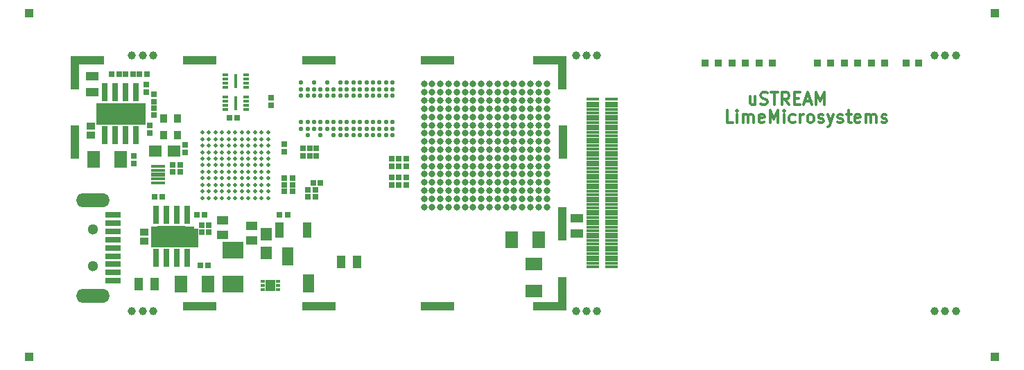
<source format=gts>
G04 (created by PCBNEW (2013-07-07 BZR 4022)-stable) date 27/11/2015 23:20:48*
%MOIN*%
G04 Gerber Fmt 3.4, Leading zero omitted, Abs format*
%FSLAX34Y34*%
G01*
G70*
G90*
G04 APERTURE LIST*
%ADD10C,0.00590551*%
%ADD11C,0.012*%
%ADD12C,0.011811*%
%ADD13R,0.035337X0.035337*%
%ADD14C,0.0314961*%
%ADD15C,0.0393701*%
%ADD16R,0.0588X0.055*%
%ADD17R,0.055X0.0588*%
%ADD18R,0.0273X0.0253*%
%ADD19R,0.0253X0.0273*%
%ADD20R,0.0273X0.0273*%
%ADD21R,0.0344488X0.023622*%
%ADD22R,0.0344488X0.015748*%
%ADD23R,0.0393701X0.0748031*%
%ADD24R,0.027537X0.090537*%
%ADD25R,0.137837X0.104737*%
%ADD26R,0.102337X0.082637*%
%ADD27R,0.0570866X0.0393701*%
%ADD28R,0.0338583X0.0433071*%
%ADD29C,0.019685*%
%ADD30R,0.053937X0.0905512*%
%ADD31R,0.0208661X0.0181102*%
%ADD32R,0.0492126X0.0551181*%
%ADD33C,0.0220472*%
%ADD34R,0.043137X0.043137*%
%ADD35R,0.0314961X0.015748*%
%ADD36R,0.0177165X0.0688976*%
%ADD37R,0.039337X0.059037*%
%ADD38C,0.0511811*%
%ADD39O,0.161417X0.0669291*%
%ADD40R,0.0748031X0.0314961*%
%ADD41R,0.0392X0.0353*%
%ADD42R,0.063937X0.083937*%
%ADD43R,0.059037X0.039337*%
%ADD44R,0.083937X0.063937*%
%ADD45R,0.0433071X0.161417*%
%ADD46R,0.161417X0.0433071*%
%ADD47R,0.0606299X0.0177165*%
%ADD48R,0.0606299X0.0129921*%
%ADD49C,0.00393701*%
G04 APERTURE END LIST*
G54D10*
G54D11*
X75081Y-49687D02*
X75081Y-50081D01*
X74828Y-49687D02*
X74828Y-49997D01*
X74856Y-50053D01*
X74912Y-50081D01*
X74997Y-50081D01*
X75053Y-50053D01*
X75081Y-50025D01*
X75334Y-50053D02*
X75419Y-50081D01*
X75559Y-50081D01*
X75615Y-50053D01*
X75643Y-50025D01*
X75672Y-49969D01*
X75672Y-49912D01*
X75643Y-49856D01*
X75615Y-49828D01*
X75559Y-49800D01*
X75447Y-49772D01*
X75390Y-49744D01*
X75362Y-49715D01*
X75334Y-49659D01*
X75334Y-49603D01*
X75362Y-49547D01*
X75390Y-49519D01*
X75447Y-49491D01*
X75587Y-49491D01*
X75672Y-49519D01*
X75840Y-49491D02*
X76178Y-49491D01*
X76009Y-50081D02*
X76009Y-49491D01*
X76712Y-50081D02*
X76515Y-49800D01*
X76375Y-50081D02*
X76375Y-49491D01*
X76600Y-49491D01*
X76656Y-49519D01*
X76684Y-49547D01*
X76712Y-49603D01*
X76712Y-49687D01*
X76684Y-49744D01*
X76656Y-49772D01*
X76600Y-49800D01*
X76375Y-49800D01*
X76965Y-49772D02*
X77162Y-49772D01*
X77246Y-50081D02*
X76965Y-50081D01*
X76965Y-49491D01*
X77246Y-49491D01*
X77471Y-49912D02*
X77753Y-49912D01*
X77415Y-50081D02*
X77612Y-49491D01*
X77809Y-50081D01*
X78006Y-50081D02*
X78006Y-49491D01*
X78203Y-49912D01*
X78399Y-49491D01*
X78399Y-50081D01*
G54D12*
X74015Y-50947D02*
X73734Y-50947D01*
X73734Y-50357D01*
X74212Y-50947D02*
X74212Y-50553D01*
X74212Y-50357D02*
X74184Y-50385D01*
X74212Y-50413D01*
X74240Y-50385D01*
X74212Y-50357D01*
X74212Y-50413D01*
X74493Y-50947D02*
X74493Y-50553D01*
X74493Y-50610D02*
X74521Y-50582D01*
X74578Y-50553D01*
X74662Y-50553D01*
X74718Y-50582D01*
X74746Y-50638D01*
X74746Y-50947D01*
X74746Y-50638D02*
X74775Y-50582D01*
X74831Y-50553D01*
X74915Y-50553D01*
X74971Y-50582D01*
X75000Y-50638D01*
X75000Y-50947D01*
X75506Y-50919D02*
X75449Y-50947D01*
X75337Y-50947D01*
X75281Y-50919D01*
X75253Y-50863D01*
X75253Y-50638D01*
X75281Y-50582D01*
X75337Y-50553D01*
X75449Y-50553D01*
X75506Y-50582D01*
X75534Y-50638D01*
X75534Y-50694D01*
X75253Y-50750D01*
X75787Y-50947D02*
X75787Y-50357D01*
X75984Y-50778D01*
X76181Y-50357D01*
X76181Y-50947D01*
X76462Y-50947D02*
X76462Y-50553D01*
X76462Y-50357D02*
X76434Y-50385D01*
X76462Y-50413D01*
X76490Y-50385D01*
X76462Y-50357D01*
X76462Y-50413D01*
X76996Y-50919D02*
X76940Y-50947D01*
X76827Y-50947D01*
X76771Y-50919D01*
X76743Y-50891D01*
X76715Y-50835D01*
X76715Y-50666D01*
X76743Y-50610D01*
X76771Y-50582D01*
X76827Y-50553D01*
X76940Y-50553D01*
X76996Y-50582D01*
X77249Y-50947D02*
X77249Y-50553D01*
X77249Y-50666D02*
X77277Y-50610D01*
X77305Y-50582D01*
X77362Y-50553D01*
X77418Y-50553D01*
X77699Y-50947D02*
X77643Y-50919D01*
X77615Y-50891D01*
X77587Y-50835D01*
X77587Y-50666D01*
X77615Y-50610D01*
X77643Y-50582D01*
X77699Y-50553D01*
X77784Y-50553D01*
X77840Y-50582D01*
X77868Y-50610D01*
X77896Y-50666D01*
X77896Y-50835D01*
X77868Y-50891D01*
X77840Y-50919D01*
X77784Y-50947D01*
X77699Y-50947D01*
X78121Y-50919D02*
X78177Y-50947D01*
X78290Y-50947D01*
X78346Y-50919D01*
X78374Y-50863D01*
X78374Y-50835D01*
X78346Y-50778D01*
X78290Y-50750D01*
X78205Y-50750D01*
X78149Y-50722D01*
X78121Y-50666D01*
X78121Y-50638D01*
X78149Y-50582D01*
X78205Y-50553D01*
X78290Y-50553D01*
X78346Y-50582D01*
X78571Y-50553D02*
X78712Y-50947D01*
X78852Y-50553D02*
X78712Y-50947D01*
X78655Y-51088D01*
X78627Y-51116D01*
X78571Y-51144D01*
X79049Y-50919D02*
X79105Y-50947D01*
X79218Y-50947D01*
X79274Y-50919D01*
X79302Y-50863D01*
X79302Y-50835D01*
X79274Y-50778D01*
X79218Y-50750D01*
X79133Y-50750D01*
X79077Y-50722D01*
X79049Y-50666D01*
X79049Y-50638D01*
X79077Y-50582D01*
X79133Y-50553D01*
X79218Y-50553D01*
X79274Y-50582D01*
X79471Y-50553D02*
X79696Y-50553D01*
X79555Y-50357D02*
X79555Y-50863D01*
X79583Y-50919D01*
X79640Y-50947D01*
X79696Y-50947D01*
X80118Y-50919D02*
X80061Y-50947D01*
X79949Y-50947D01*
X79893Y-50919D01*
X79865Y-50863D01*
X79865Y-50638D01*
X79893Y-50582D01*
X79949Y-50553D01*
X80061Y-50553D01*
X80118Y-50582D01*
X80146Y-50638D01*
X80146Y-50694D01*
X79865Y-50750D01*
X80399Y-50947D02*
X80399Y-50553D01*
X80399Y-50610D02*
X80427Y-50582D01*
X80483Y-50553D01*
X80568Y-50553D01*
X80624Y-50582D01*
X80652Y-50638D01*
X80652Y-50947D01*
X80652Y-50638D02*
X80680Y-50582D01*
X80736Y-50553D01*
X80821Y-50553D01*
X80877Y-50582D01*
X80905Y-50638D01*
X80905Y-50947D01*
X81158Y-50919D02*
X81214Y-50947D01*
X81327Y-50947D01*
X81383Y-50919D01*
X81411Y-50863D01*
X81411Y-50835D01*
X81383Y-50778D01*
X81327Y-50750D01*
X81242Y-50750D01*
X81186Y-50722D01*
X81158Y-50666D01*
X81158Y-50638D01*
X81186Y-50582D01*
X81242Y-50553D01*
X81327Y-50553D01*
X81383Y-50582D01*
G54D13*
X82322Y-48070D03*
X82952Y-48070D03*
G54D14*
X61909Y-50275D03*
X61515Y-50275D03*
X60728Y-50275D03*
X61122Y-50275D03*
X59547Y-50275D03*
X59153Y-50275D03*
X59940Y-50275D03*
X60334Y-50275D03*
X63484Y-50275D03*
X63090Y-50275D03*
X62303Y-50275D03*
X62696Y-50275D03*
X64271Y-50275D03*
X63877Y-50275D03*
X64665Y-50275D03*
X65059Y-50275D03*
X65059Y-49881D03*
X64665Y-49881D03*
X63877Y-49881D03*
X64271Y-49881D03*
X62696Y-49881D03*
X62303Y-49881D03*
X63090Y-49881D03*
X63484Y-49881D03*
X60334Y-49881D03*
X59940Y-49881D03*
X59153Y-49881D03*
X59547Y-49881D03*
X61122Y-49881D03*
X60728Y-49881D03*
X61515Y-49881D03*
X61909Y-49881D03*
X61909Y-49094D03*
X61515Y-49094D03*
X60728Y-49094D03*
X61122Y-49094D03*
X59547Y-49094D03*
X59153Y-49094D03*
X59940Y-49094D03*
X60334Y-49094D03*
X63484Y-49094D03*
X63090Y-49094D03*
X62303Y-49094D03*
X62696Y-49094D03*
X64271Y-49094D03*
X63877Y-49094D03*
X64665Y-49094D03*
X65059Y-49094D03*
X65059Y-49488D03*
X64665Y-49488D03*
X63877Y-49488D03*
X64271Y-49488D03*
X62696Y-49488D03*
X62303Y-49488D03*
X63090Y-49488D03*
X63484Y-49488D03*
X60334Y-49488D03*
X59940Y-49488D03*
X59153Y-49488D03*
X59547Y-49488D03*
X61122Y-49488D03*
X60728Y-49488D03*
X61515Y-49488D03*
X61909Y-49488D03*
X61909Y-51062D03*
X61515Y-51062D03*
X60728Y-51062D03*
X61122Y-51062D03*
X59547Y-51062D03*
X59153Y-51062D03*
X59940Y-51062D03*
X60334Y-51062D03*
X63484Y-51062D03*
X63090Y-51062D03*
X62303Y-51062D03*
X62696Y-51062D03*
X64271Y-51062D03*
X63877Y-51062D03*
X64665Y-51062D03*
X65059Y-51062D03*
X65059Y-50669D03*
X64665Y-50669D03*
X63877Y-50669D03*
X64271Y-50669D03*
X62696Y-50669D03*
X62303Y-50669D03*
X63090Y-50669D03*
X63484Y-50669D03*
X60334Y-50669D03*
X59940Y-50669D03*
X59153Y-50669D03*
X59547Y-50669D03*
X61122Y-50669D03*
X60728Y-50669D03*
X61515Y-50669D03*
X61909Y-50669D03*
X61909Y-51456D03*
X61515Y-51456D03*
X60728Y-51456D03*
X61122Y-51456D03*
X59547Y-51456D03*
X59153Y-51456D03*
X59940Y-51456D03*
X60334Y-51456D03*
X63484Y-51456D03*
X63090Y-51456D03*
X62303Y-51456D03*
X62696Y-51456D03*
X64271Y-51456D03*
X63877Y-51456D03*
X64665Y-51456D03*
X65059Y-51456D03*
X60334Y-53818D03*
X59940Y-53818D03*
X59153Y-53818D03*
X59547Y-53818D03*
X61122Y-53818D03*
X60728Y-53818D03*
X61515Y-53818D03*
X61909Y-53818D03*
X65059Y-53818D03*
X64665Y-53818D03*
X63877Y-53818D03*
X64271Y-53818D03*
X62696Y-53818D03*
X62303Y-53818D03*
X63090Y-53818D03*
X63484Y-53818D03*
X63484Y-54212D03*
X63090Y-54212D03*
X62303Y-54212D03*
X62696Y-54212D03*
X64271Y-54212D03*
X63877Y-54212D03*
X64665Y-54212D03*
X65059Y-54212D03*
X61909Y-54212D03*
X61515Y-54212D03*
X60728Y-54212D03*
X61122Y-54212D03*
X59547Y-54212D03*
X59153Y-54212D03*
X59940Y-54212D03*
X60334Y-54212D03*
X60334Y-55000D03*
X59940Y-55000D03*
X59153Y-55000D03*
X59547Y-55000D03*
X61122Y-55000D03*
X60728Y-55000D03*
X61515Y-55000D03*
X61909Y-55000D03*
X65059Y-55000D03*
X64665Y-55000D03*
X63877Y-55000D03*
X64271Y-55000D03*
X62696Y-55000D03*
X62303Y-55000D03*
X63090Y-55000D03*
X63484Y-55000D03*
X63484Y-54606D03*
X63090Y-54606D03*
X62303Y-54606D03*
X62696Y-54606D03*
X64271Y-54606D03*
X63877Y-54606D03*
X64665Y-54606D03*
X65059Y-54606D03*
X61909Y-54606D03*
X61515Y-54606D03*
X60728Y-54606D03*
X61122Y-54606D03*
X59547Y-54606D03*
X59153Y-54606D03*
X59940Y-54606D03*
X60334Y-54606D03*
X60334Y-53031D03*
X59940Y-53031D03*
X59153Y-53031D03*
X59547Y-53031D03*
X61122Y-53031D03*
X60728Y-53031D03*
X61515Y-53031D03*
X61909Y-53031D03*
X65059Y-53031D03*
X64665Y-53031D03*
X63877Y-53031D03*
X64271Y-53031D03*
X62696Y-53031D03*
X62303Y-53031D03*
X63090Y-53031D03*
X63484Y-53031D03*
X63484Y-53425D03*
X63090Y-53425D03*
X62303Y-53425D03*
X62696Y-53425D03*
X64271Y-53425D03*
X63877Y-53425D03*
X64665Y-53425D03*
X65059Y-53425D03*
X61909Y-53425D03*
X61515Y-53425D03*
X60728Y-53425D03*
X61122Y-53425D03*
X59547Y-53425D03*
X59153Y-53425D03*
X59940Y-53425D03*
X60334Y-53425D03*
X60334Y-52637D03*
X59940Y-52637D03*
X59153Y-52637D03*
X59547Y-52637D03*
X61122Y-52637D03*
X60728Y-52637D03*
X61515Y-52637D03*
X61909Y-52637D03*
X65059Y-52637D03*
X64665Y-52637D03*
X63877Y-52637D03*
X64271Y-52637D03*
X62696Y-52637D03*
X62303Y-52637D03*
X63090Y-52637D03*
X63484Y-52637D03*
X63484Y-52244D03*
X63090Y-52244D03*
X62303Y-52244D03*
X62696Y-52244D03*
X64271Y-52244D03*
X63877Y-52244D03*
X64665Y-52244D03*
X65059Y-52244D03*
X61909Y-52244D03*
X61515Y-52244D03*
X60728Y-52244D03*
X61122Y-52244D03*
X59547Y-52244D03*
X59153Y-52244D03*
X59940Y-52244D03*
X60334Y-52244D03*
X65059Y-51850D03*
X64665Y-51850D03*
X63877Y-51850D03*
X64271Y-51850D03*
X62696Y-51850D03*
X62303Y-51850D03*
X63090Y-51850D03*
X63484Y-51850D03*
X60334Y-51850D03*
X59940Y-51850D03*
X59153Y-51850D03*
X59547Y-51850D03*
X61122Y-51850D03*
X60728Y-51850D03*
X61515Y-51850D03*
X61909Y-51850D03*
G54D15*
X45118Y-60000D03*
G54D16*
X47125Y-52303D03*
X46221Y-52303D03*
G54D17*
X51574Y-57223D03*
X51574Y-56319D03*
G54D18*
X57952Y-53944D03*
X57952Y-53574D03*
X57952Y-53039D03*
X57952Y-52669D03*
X57618Y-53944D03*
X57618Y-53574D03*
X57618Y-53039D03*
X57618Y-52669D03*
X52440Y-52350D03*
X52440Y-51980D03*
X58287Y-53039D03*
X58287Y-52669D03*
X58287Y-53944D03*
X58287Y-53574D03*
X45984Y-51444D03*
X45984Y-51074D03*
G54D19*
X52452Y-53622D03*
X52822Y-53622D03*
X46562Y-54507D03*
X46192Y-54507D03*
X53925Y-54507D03*
X53555Y-54507D03*
G54D18*
X53976Y-52177D03*
X53976Y-52547D03*
G54D19*
X52452Y-53937D03*
X52822Y-53937D03*
X52452Y-54251D03*
X52822Y-54251D03*
G54D18*
X53346Y-52177D03*
X53346Y-52547D03*
X53661Y-52177D03*
X53661Y-52547D03*
G54D19*
X53925Y-54192D03*
X53555Y-54192D03*
X52216Y-55393D03*
X52586Y-55393D03*
G54D18*
X51791Y-49755D03*
X51791Y-50125D03*
G54D20*
X47067Y-53307D03*
X47421Y-53307D03*
X47677Y-52362D03*
X47677Y-52008D03*
X49803Y-50708D03*
X50157Y-50708D03*
X47067Y-52992D03*
X47421Y-52992D03*
X53819Y-53858D03*
X54173Y-53858D03*
G54D21*
X46530Y-53444D03*
X46186Y-53444D03*
G54D22*
X46186Y-53248D03*
X46186Y-53051D03*
X46530Y-53248D03*
X46530Y-53051D03*
X46530Y-53641D03*
X46530Y-53838D03*
X46186Y-53838D03*
X46186Y-53641D03*
G54D23*
X52204Y-56102D03*
X53543Y-56102D03*
G54D24*
X46259Y-57460D03*
X46759Y-57460D03*
X47259Y-57460D03*
X47759Y-57460D03*
X47759Y-55393D03*
X47259Y-55393D03*
X46759Y-55393D03*
X46259Y-55393D03*
G54D25*
X47009Y-56427D03*
G54D24*
X43799Y-51535D03*
X44299Y-51535D03*
X44799Y-51535D03*
X45299Y-51535D03*
X45299Y-49468D03*
X44799Y-49468D03*
X44299Y-49468D03*
X43799Y-49468D03*
G54D25*
X44549Y-50502D03*
G54D26*
X49960Y-57086D03*
X49960Y-58700D03*
G54D27*
X50885Y-55905D03*
X50885Y-56614D03*
X49468Y-55629D03*
X49468Y-56338D03*
G54D28*
X46641Y-51555D03*
X46641Y-50728D03*
X47295Y-50728D03*
X47295Y-51555D03*
G54D29*
X51653Y-53307D03*
X51653Y-53622D03*
X51653Y-53937D03*
X51653Y-54251D03*
X51653Y-51732D03*
X51653Y-52047D03*
X51653Y-52362D03*
X51653Y-52677D03*
X50078Y-52677D03*
X50078Y-52362D03*
X50078Y-52047D03*
X50078Y-51732D03*
X50078Y-54251D03*
X50078Y-53937D03*
X50078Y-53622D03*
X50078Y-53307D03*
X50393Y-54566D03*
X50393Y-52992D03*
X50393Y-51417D03*
X50393Y-53307D03*
X50393Y-53622D03*
X50393Y-53937D03*
X50393Y-54251D03*
X50393Y-51732D03*
X50393Y-52047D03*
X50393Y-52362D03*
X50393Y-52677D03*
X50708Y-52677D03*
X50708Y-52362D03*
X50708Y-52047D03*
X50708Y-51732D03*
X50708Y-54251D03*
X50708Y-53937D03*
X50708Y-53622D03*
X50708Y-53307D03*
X50708Y-51417D03*
X50708Y-52992D03*
X50708Y-54566D03*
X51023Y-54566D03*
X51023Y-52992D03*
X51023Y-51417D03*
X51023Y-53307D03*
X51023Y-53622D03*
X51023Y-53937D03*
X51023Y-54251D03*
X51023Y-51732D03*
X51023Y-52047D03*
X51023Y-52362D03*
X51023Y-52677D03*
X51338Y-52677D03*
X51338Y-52362D03*
X51338Y-52047D03*
X51338Y-51732D03*
X51338Y-54251D03*
X51338Y-53937D03*
X51338Y-53622D03*
X51338Y-53307D03*
X51338Y-51417D03*
X51338Y-52992D03*
X51338Y-54566D03*
X49763Y-54566D03*
X49763Y-52992D03*
X49763Y-51417D03*
X49763Y-53307D03*
X49763Y-53622D03*
X49763Y-53937D03*
X49763Y-54251D03*
X49763Y-51732D03*
X49763Y-52047D03*
X49763Y-52362D03*
X49763Y-52677D03*
X49448Y-52677D03*
X49448Y-52362D03*
X49448Y-52047D03*
X49448Y-51732D03*
X49448Y-54251D03*
X49448Y-53937D03*
X49448Y-53622D03*
X49448Y-53307D03*
X49448Y-51417D03*
X49448Y-52992D03*
X49448Y-54566D03*
X49133Y-54566D03*
X49133Y-52992D03*
X49133Y-51417D03*
X49133Y-53307D03*
X49133Y-53622D03*
X49133Y-53937D03*
X49133Y-54251D03*
X49133Y-51732D03*
X49133Y-52047D03*
X49133Y-52362D03*
X49133Y-52677D03*
X48818Y-52677D03*
X48818Y-52362D03*
X48818Y-52047D03*
X48818Y-51732D03*
X48818Y-54251D03*
X48818Y-53937D03*
X48818Y-53622D03*
X48818Y-53307D03*
X48818Y-51417D03*
X48818Y-52992D03*
X48818Y-54566D03*
X48503Y-54566D03*
X48503Y-52992D03*
X48503Y-51417D03*
X51653Y-54566D03*
X51653Y-52992D03*
X51653Y-51417D03*
X50078Y-51417D03*
X50078Y-52992D03*
X50078Y-54566D03*
X48503Y-53307D03*
X48503Y-53622D03*
X48503Y-53937D03*
X48503Y-54251D03*
X48503Y-51732D03*
X48503Y-52047D03*
X48503Y-52362D03*
X48503Y-52677D03*
G54D30*
X53590Y-58681D03*
X52590Y-57381D03*
G54D31*
X52135Y-58976D03*
X52135Y-58779D03*
X52135Y-58582D03*
X51399Y-58582D03*
X51399Y-58779D03*
X51399Y-58976D03*
G54D32*
X51767Y-58779D03*
G54D33*
X55127Y-50915D03*
X55127Y-51230D03*
X55127Y-51545D03*
X55127Y-49655D03*
X55127Y-49340D03*
X55127Y-49025D03*
X54812Y-49340D03*
X54812Y-49655D03*
X54812Y-51545D03*
X54812Y-51230D03*
X54812Y-50915D03*
X54183Y-50915D03*
X54183Y-51230D03*
X54183Y-51545D03*
X54183Y-49655D03*
X54183Y-49340D03*
X54498Y-49025D03*
X54498Y-49340D03*
X54498Y-49655D03*
X54498Y-51230D03*
X54498Y-50915D03*
X53238Y-50915D03*
X53238Y-51230D03*
X53238Y-49655D03*
X53238Y-49340D03*
X53238Y-49025D03*
X53553Y-50915D03*
X53553Y-51230D03*
X53553Y-51545D03*
X53553Y-49655D03*
X53553Y-49340D03*
X53868Y-49025D03*
X53868Y-49340D03*
X53868Y-49655D03*
X53868Y-51230D03*
X53868Y-50915D03*
X56702Y-50915D03*
X56702Y-51230D03*
X56702Y-51545D03*
X56702Y-49655D03*
X56702Y-49340D03*
X56702Y-49025D03*
X56387Y-49025D03*
X56387Y-49340D03*
X56387Y-49655D03*
X56387Y-51545D03*
X56387Y-51230D03*
X56387Y-50915D03*
X55442Y-50915D03*
X55442Y-51230D03*
X55442Y-51545D03*
X55442Y-49655D03*
X55442Y-49340D03*
X55442Y-49025D03*
X55757Y-49025D03*
X55757Y-49340D03*
X55757Y-49655D03*
X55757Y-51545D03*
X55757Y-51230D03*
X55757Y-50915D03*
X57017Y-50915D03*
X57017Y-51230D03*
X57017Y-51545D03*
X57017Y-49655D03*
X57017Y-49340D03*
X57017Y-49025D03*
X56072Y-49025D03*
X56072Y-49340D03*
X56072Y-49655D03*
X56072Y-51545D03*
X56072Y-51230D03*
X56072Y-50915D03*
X57332Y-50915D03*
X57332Y-51230D03*
X57332Y-51545D03*
X57332Y-49655D03*
X57332Y-49340D03*
X57332Y-49025D03*
X57647Y-49025D03*
X57647Y-49340D03*
X57647Y-49655D03*
X57647Y-51545D03*
X57647Y-51230D03*
X57647Y-50915D03*
G54D34*
X40157Y-62204D03*
X40157Y-45669D03*
X86614Y-62204D03*
X86614Y-45669D03*
G54D35*
X49606Y-48838D03*
X49606Y-48641D03*
X49606Y-49035D03*
X49606Y-49232D03*
X50590Y-49232D03*
X50590Y-49035D03*
X50590Y-48641D03*
X50590Y-48838D03*
G54D36*
X50098Y-48937D03*
G54D35*
X49606Y-49901D03*
X49606Y-49704D03*
X49606Y-50098D03*
X49606Y-50295D03*
X50590Y-50295D03*
X50590Y-50098D03*
X50590Y-49704D03*
X50590Y-49901D03*
G54D36*
X50098Y-50000D03*
G54D13*
X81299Y-48070D03*
X80669Y-48070D03*
X80000Y-48070D03*
X79370Y-48070D03*
X78700Y-48070D03*
X78070Y-48070D03*
X75905Y-48070D03*
X75275Y-48070D03*
X74606Y-48070D03*
X73976Y-48070D03*
X73307Y-48070D03*
X72677Y-48070D03*
G54D37*
X45451Y-58700D03*
X46201Y-58700D03*
G54D38*
X43228Y-56082D03*
G54D39*
X43228Y-54665D03*
G54D40*
X44212Y-55393D03*
X44212Y-55787D03*
X44212Y-56574D03*
X44212Y-56181D03*
X44212Y-58149D03*
X44212Y-58543D03*
X44212Y-57755D03*
X44212Y-57362D03*
X44212Y-56968D03*
G54D39*
X43228Y-59271D03*
G54D38*
X43228Y-57854D03*
G54D20*
X46181Y-49586D03*
X46181Y-49940D03*
X45216Y-52559D03*
X45216Y-52913D03*
X44803Y-48602D03*
X45157Y-48602D03*
X48464Y-55866D03*
X48818Y-55866D03*
X48818Y-56200D03*
X48464Y-56200D03*
X48405Y-57795D03*
X48759Y-57795D03*
X46181Y-50236D03*
X46181Y-50590D03*
G54D41*
X45708Y-56202D03*
X45708Y-56632D03*
G54D20*
X48248Y-55393D03*
X48602Y-55393D03*
X44488Y-48602D03*
X44134Y-48602D03*
X45807Y-49468D03*
X45807Y-49114D03*
X45472Y-48602D03*
X45826Y-48602D03*
G54D42*
X44567Y-52716D03*
X43267Y-52716D03*
X47460Y-58700D03*
X48760Y-58700D03*
G54D41*
X43149Y-51103D03*
X43149Y-51533D03*
G54D37*
X55176Y-57637D03*
X55926Y-57637D03*
G54D43*
X43208Y-48719D03*
X43208Y-49469D03*
G54D15*
X45118Y-47716D03*
X46141Y-47716D03*
X45629Y-47716D03*
X46141Y-60000D03*
X45629Y-60000D03*
X83700Y-47716D03*
X84212Y-47716D03*
X84724Y-47716D03*
X83700Y-60000D03*
X84212Y-60000D03*
X84724Y-60000D03*
X67480Y-47716D03*
X66968Y-47716D03*
X66456Y-47716D03*
X66456Y-60000D03*
X66968Y-60000D03*
X67480Y-60000D03*
G54D43*
X66496Y-56280D03*
X66496Y-55530D03*
G54D42*
X64685Y-56574D03*
X63385Y-56574D03*
G54D44*
X64448Y-57755D03*
X64448Y-59055D03*
G54D45*
X65846Y-51889D03*
X42381Y-51889D03*
X65807Y-55826D03*
X42381Y-48543D03*
X65807Y-59173D03*
X65807Y-48543D03*
G54D46*
X59803Y-59763D03*
X48385Y-59763D03*
X59803Y-47952D03*
X48385Y-47952D03*
X42972Y-47952D03*
X65216Y-59763D03*
X65216Y-47952D03*
X54094Y-47952D03*
X54094Y-59763D03*
G54D47*
X67255Y-49822D03*
X68177Y-49822D03*
X67255Y-57893D03*
X68177Y-57893D03*
G54D48*
X67255Y-54094D03*
X67255Y-54409D03*
X67255Y-54251D03*
X67255Y-54566D03*
X67255Y-55196D03*
X67255Y-55039D03*
X67255Y-54724D03*
X67255Y-54881D03*
X67255Y-56456D03*
X67255Y-56299D03*
X67255Y-55984D03*
X67255Y-56141D03*
X67255Y-55511D03*
X67255Y-55354D03*
X67255Y-55669D03*
X67255Y-55826D03*
X67255Y-57086D03*
X67255Y-56929D03*
X67255Y-56614D03*
X67255Y-56771D03*
X67255Y-57401D03*
X67255Y-57244D03*
X67255Y-57559D03*
X67255Y-57716D03*
X68177Y-55984D03*
X68177Y-55826D03*
X68177Y-55511D03*
X68177Y-55669D03*
X68177Y-57244D03*
X68177Y-57086D03*
X68177Y-56771D03*
X68177Y-56929D03*
X68177Y-56299D03*
X68177Y-56141D03*
X68177Y-56456D03*
X68177Y-56614D03*
X68177Y-57716D03*
X68177Y-57401D03*
X68177Y-57559D03*
X67255Y-53937D03*
X68177Y-55039D03*
X68177Y-54881D03*
X68177Y-54566D03*
X68177Y-54724D03*
X68177Y-55354D03*
X68177Y-55196D03*
X68177Y-54094D03*
X68177Y-53937D03*
X68177Y-54251D03*
X68177Y-54409D03*
X68177Y-50629D03*
X68177Y-50472D03*
X68177Y-50157D03*
X68177Y-50314D03*
X67255Y-50629D03*
X67255Y-50472D03*
X67255Y-50157D03*
X67255Y-50314D03*
X67255Y-50000D03*
X68177Y-50000D03*
X68177Y-51259D03*
X68177Y-51102D03*
X68177Y-50787D03*
X68177Y-50944D03*
X67255Y-51259D03*
X67255Y-51102D03*
X67255Y-50787D03*
X67255Y-50944D03*
X68177Y-52519D03*
X68177Y-52362D03*
X68177Y-52047D03*
X68177Y-52204D03*
X67255Y-52519D03*
X67255Y-52362D03*
X67255Y-52047D03*
X67255Y-52204D03*
X67255Y-51574D03*
X67255Y-51417D03*
X67255Y-51732D03*
X67255Y-51889D03*
X68177Y-51574D03*
X68177Y-51417D03*
X68177Y-51732D03*
X68177Y-51889D03*
X68177Y-53149D03*
X68177Y-52992D03*
X68177Y-52677D03*
X68177Y-52834D03*
X67255Y-53149D03*
X67255Y-52992D03*
X67255Y-52677D03*
X67255Y-52834D03*
X67255Y-53464D03*
X67255Y-53307D03*
X67255Y-53622D03*
X67255Y-53779D03*
X68177Y-53464D03*
X68177Y-53307D03*
X68177Y-53622D03*
X68177Y-53779D03*
G54D10*
G36*
X45728Y-51003D02*
X43405Y-51003D01*
X43405Y-50019D01*
X45728Y-50019D01*
X45728Y-51003D01*
X45728Y-51003D01*
G37*
G54D49*
X45728Y-51003D02*
X43405Y-51003D01*
X43405Y-50019D01*
X45728Y-50019D01*
X45728Y-51003D01*
G54D10*
G36*
X48267Y-56909D02*
X46043Y-56909D01*
X46043Y-55944D01*
X48070Y-55944D01*
X48070Y-56043D01*
X48267Y-56043D01*
X48267Y-56909D01*
X48267Y-56909D01*
G37*
G54D49*
X48267Y-56909D02*
X46043Y-56909D01*
X46043Y-55944D01*
X48070Y-55944D01*
X48070Y-56043D01*
X48267Y-56043D01*
X48267Y-56909D01*
M02*

</source>
